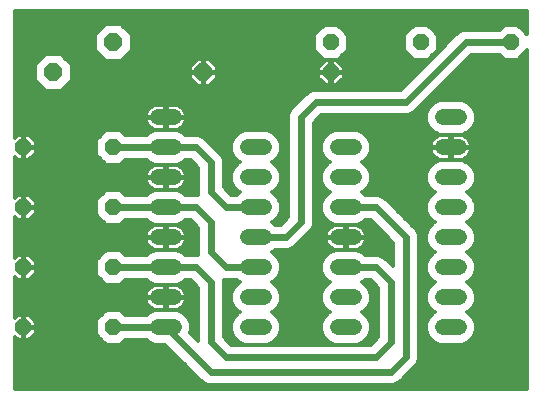
<source format=gtl>
G75*
%MOIN*%
%OFA0B0*%
%FSLAX24Y24*%
%IPPOS*%
%LPD*%
%AMOC8*
5,1,8,0,0,1.08239X$1,22.5*
%
%ADD10C,0.0520*%
%ADD11OC8,0.0520*%
%ADD12OC8,0.0600*%
%ADD13C,0.0120*%
%ADD14C,0.0240*%
D10*
X005460Y002720D02*
X005980Y002720D01*
X005980Y003720D02*
X005460Y003720D01*
X005460Y004720D02*
X005980Y004720D01*
X005980Y005720D02*
X005460Y005720D01*
X005460Y006720D02*
X005980Y006720D01*
X005980Y007720D02*
X005460Y007720D01*
X005460Y008720D02*
X005980Y008720D01*
X005980Y009720D02*
X005460Y009720D01*
X008460Y008720D02*
X008980Y008720D01*
X008980Y007720D02*
X008460Y007720D01*
X008460Y006720D02*
X008980Y006720D01*
X008980Y005720D02*
X008460Y005720D01*
X008460Y004720D02*
X008980Y004720D01*
X008980Y003720D02*
X008460Y003720D01*
X008460Y002720D02*
X008980Y002720D01*
X011460Y002720D02*
X011980Y002720D01*
X011980Y003720D02*
X011460Y003720D01*
X011460Y004720D02*
X011980Y004720D01*
X011980Y005720D02*
X011460Y005720D01*
X011460Y006720D02*
X011980Y006720D01*
X011980Y007720D02*
X011460Y007720D01*
X011460Y008720D02*
X011980Y008720D01*
X014960Y008720D02*
X015480Y008720D01*
X015480Y007720D02*
X014960Y007720D01*
X014960Y006720D02*
X015480Y006720D01*
X015480Y005720D02*
X014960Y005720D01*
X014960Y004720D02*
X015480Y004720D01*
X015480Y003720D02*
X014960Y003720D01*
X014960Y002720D02*
X015480Y002720D01*
X015480Y009720D02*
X014960Y009720D01*
D11*
X014220Y012220D03*
X017220Y012220D03*
X011220Y012220D03*
X011220Y011220D03*
X003970Y008720D03*
X003970Y006720D03*
X003970Y004720D03*
X003970Y002720D03*
X000970Y002720D03*
X000970Y004720D03*
X000970Y006720D03*
X000970Y008720D03*
D12*
X001970Y011220D03*
X003970Y012220D03*
X006970Y011220D03*
D13*
X000680Y002416D02*
X000680Y000680D01*
X017760Y000680D01*
X017760Y011954D01*
X017456Y011650D01*
X016984Y011650D01*
X016844Y011790D01*
X015898Y011790D01*
X013964Y009855D01*
X013806Y009790D01*
X010898Y009790D01*
X010650Y009542D01*
X010650Y006134D01*
X010585Y005976D01*
X010464Y005855D01*
X009964Y005355D01*
X009806Y005290D01*
X009356Y005290D01*
X009303Y005237D01*
X009262Y005220D01*
X009303Y005203D01*
X009463Y005043D01*
X009550Y004833D01*
X009550Y004607D01*
X009463Y004397D01*
X009303Y004237D01*
X009262Y004220D01*
X009303Y004203D01*
X009463Y004043D01*
X009550Y003833D01*
X009550Y003607D01*
X009463Y003397D01*
X009303Y003237D01*
X009262Y003220D01*
X009303Y003203D01*
X009463Y003043D01*
X009550Y002833D01*
X009550Y002607D01*
X009463Y002397D01*
X009303Y002237D01*
X009093Y002150D01*
X008347Y002150D01*
X008137Y002237D01*
X007977Y002397D01*
X007890Y002607D01*
X007890Y002833D01*
X007977Y003043D01*
X008137Y003203D01*
X008178Y003220D01*
X008137Y003237D01*
X007977Y003397D01*
X007890Y003607D01*
X007890Y003833D01*
X007977Y004043D01*
X008137Y004203D01*
X008178Y004220D01*
X008137Y004237D01*
X008084Y004290D01*
X007650Y004290D01*
X007650Y002398D01*
X007898Y002150D01*
X012542Y002150D01*
X012790Y002398D01*
X012790Y004042D01*
X012542Y004290D01*
X012356Y004290D01*
X012303Y004237D01*
X012262Y004220D01*
X012303Y004203D01*
X012463Y004043D01*
X012550Y003833D01*
X012550Y003607D01*
X012463Y003397D01*
X012303Y003237D01*
X012262Y003220D01*
X012303Y003203D01*
X012463Y003043D01*
X012550Y002833D01*
X012550Y002607D01*
X012463Y002397D01*
X012303Y002237D01*
X012093Y002150D01*
X011347Y002150D01*
X011137Y002237D01*
X010977Y002397D01*
X010890Y002607D01*
X010890Y002833D01*
X010977Y003043D01*
X011137Y003203D01*
X011178Y003220D01*
X011137Y003237D01*
X010977Y003397D01*
X010890Y003607D01*
X010890Y003833D01*
X010977Y004043D01*
X011137Y004203D01*
X011178Y004220D01*
X011137Y004237D01*
X010977Y004397D01*
X010890Y004607D01*
X010890Y004833D01*
X010977Y005043D01*
X011137Y005203D01*
X011347Y005290D01*
X012093Y005290D01*
X012303Y005203D01*
X012356Y005150D01*
X012806Y005150D01*
X012964Y005085D01*
X013085Y004964D01*
X013290Y004758D01*
X013290Y005542D01*
X012542Y006290D01*
X012356Y006290D01*
X012303Y006237D01*
X012093Y006150D01*
X011347Y006150D01*
X011137Y006237D01*
X010977Y006397D01*
X010890Y006607D01*
X010890Y006833D01*
X010977Y007043D01*
X011137Y007203D01*
X011178Y007220D01*
X011137Y007237D01*
X010977Y007397D01*
X010890Y007607D01*
X010890Y007833D01*
X010977Y008043D01*
X011137Y008203D01*
X011178Y008220D01*
X011137Y008237D01*
X010977Y008397D01*
X010890Y008607D01*
X010890Y008833D01*
X010977Y009043D01*
X011137Y009203D01*
X011347Y009290D01*
X012093Y009290D01*
X012303Y009203D01*
X012463Y009043D01*
X012550Y008833D01*
X012550Y008607D01*
X012463Y008397D01*
X012303Y008237D01*
X012262Y008220D01*
X012303Y008203D01*
X012463Y008043D01*
X012550Y007833D01*
X012550Y007607D01*
X012463Y007397D01*
X012303Y007237D01*
X012262Y007220D01*
X012303Y007203D01*
X012356Y007150D01*
X012806Y007150D01*
X012964Y007085D01*
X013085Y006964D01*
X014085Y005964D01*
X014150Y005806D01*
X014150Y001634D01*
X014085Y001476D01*
X013964Y001355D01*
X013585Y000976D01*
X013464Y000855D01*
X013306Y000790D01*
X007134Y000790D01*
X006976Y000855D01*
X006855Y000976D01*
X006855Y000976D01*
X005682Y002150D01*
X005347Y002150D01*
X005137Y002237D01*
X005084Y002290D01*
X004346Y002290D01*
X004206Y002150D01*
X003734Y002150D01*
X003400Y002484D01*
X003400Y002956D01*
X003734Y003290D01*
X004206Y003290D01*
X004346Y003150D01*
X005084Y003150D01*
X005137Y003203D01*
X005347Y003290D01*
X006093Y003290D01*
X006303Y003203D01*
X006463Y003043D01*
X006550Y002833D01*
X006550Y002607D01*
X006518Y002530D01*
X006790Y002258D01*
X006790Y004042D01*
X006542Y004290D01*
X006356Y004290D01*
X006303Y004237D01*
X006093Y004150D01*
X005347Y004150D01*
X005137Y004237D01*
X005084Y004290D01*
X004346Y004290D01*
X004206Y004150D01*
X003734Y004150D01*
X003400Y004484D01*
X003400Y004956D01*
X003734Y005290D01*
X004206Y005290D01*
X004346Y005150D01*
X005084Y005150D01*
X005137Y005203D01*
X005347Y005290D01*
X006093Y005290D01*
X006303Y005203D01*
X006356Y005150D01*
X006790Y005150D01*
X006790Y006042D01*
X006542Y006290D01*
X006356Y006290D01*
X006303Y006237D01*
X006093Y006150D01*
X005347Y006150D01*
X005137Y006237D01*
X005084Y006290D01*
X004346Y006290D01*
X004206Y006150D01*
X003734Y006150D01*
X003400Y006484D01*
X003400Y006956D01*
X003734Y007290D01*
X004206Y007290D01*
X004346Y007150D01*
X005084Y007150D01*
X005137Y007203D01*
X005347Y007290D01*
X006093Y007290D01*
X006303Y007203D01*
X006356Y007150D01*
X006790Y007150D01*
X006790Y008042D01*
X006542Y008290D01*
X006356Y008290D01*
X006303Y008237D01*
X006093Y008150D01*
X005347Y008150D01*
X005137Y008237D01*
X005084Y008290D01*
X004346Y008290D01*
X004206Y008150D01*
X003734Y008150D01*
X003400Y008484D01*
X003400Y008956D01*
X003734Y009290D01*
X004206Y009290D01*
X004346Y009150D01*
X005084Y009150D01*
X005137Y009203D01*
X005347Y009290D01*
X006093Y009290D01*
X006303Y009203D01*
X006356Y009150D01*
X006806Y009150D01*
X006964Y009085D01*
X007464Y008585D01*
X007585Y008464D01*
X007650Y008306D01*
X007650Y007398D01*
X007898Y007150D01*
X008084Y007150D01*
X008137Y007203D01*
X008178Y007220D01*
X008137Y007237D01*
X007977Y007397D01*
X007890Y007607D01*
X007890Y007833D01*
X007977Y008043D01*
X008137Y008203D01*
X008178Y008220D01*
X008137Y008237D01*
X007977Y008397D01*
X007890Y008607D01*
X007890Y008833D01*
X007977Y009043D01*
X008137Y009203D01*
X008347Y009290D01*
X009093Y009290D01*
X009303Y009203D01*
X009463Y009043D01*
X009550Y008833D01*
X009550Y008607D01*
X009463Y008397D01*
X009303Y008237D01*
X009262Y008220D01*
X009303Y008203D01*
X009463Y008043D01*
X009550Y007833D01*
X009550Y007607D01*
X009463Y007397D01*
X009303Y007237D01*
X009262Y007220D01*
X009303Y007203D01*
X009463Y007043D01*
X009550Y006833D01*
X009550Y006607D01*
X009463Y006397D01*
X009303Y006237D01*
X009262Y006220D01*
X009303Y006203D01*
X009356Y006150D01*
X009542Y006150D01*
X009790Y006398D01*
X009790Y009806D01*
X009855Y009964D01*
X010355Y010464D01*
X010476Y010585D01*
X010634Y010650D01*
X013542Y010650D01*
X015355Y012464D01*
X015476Y012585D01*
X015634Y012650D01*
X016844Y012650D01*
X016984Y012790D01*
X017456Y012790D01*
X017760Y012486D01*
X017760Y013260D01*
X000680Y013260D01*
X000680Y009024D01*
X000796Y009140D01*
X000950Y009140D01*
X000950Y008740D01*
X000990Y008740D01*
X000990Y009140D01*
X001144Y009140D01*
X001390Y008894D01*
X001390Y008740D01*
X000990Y008740D01*
X000990Y008700D01*
X001390Y008700D01*
X001390Y008546D01*
X001144Y008300D01*
X000990Y008300D01*
X000990Y008700D01*
X000950Y008700D01*
X000950Y008300D01*
X000796Y008300D01*
X000680Y008416D01*
X000680Y007024D01*
X000796Y007140D01*
X000950Y007140D01*
X000950Y006740D01*
X000990Y006740D01*
X001390Y006740D01*
X001390Y006894D01*
X001144Y007140D01*
X000990Y007140D01*
X000990Y006740D01*
X000990Y006700D01*
X001390Y006700D01*
X001390Y006546D01*
X001144Y006300D01*
X000990Y006300D01*
X000990Y006700D01*
X000950Y006700D01*
X000950Y006300D01*
X000796Y006300D01*
X000680Y006416D01*
X000680Y005024D01*
X000796Y005140D01*
X000950Y005140D01*
X000950Y004740D01*
X000990Y004740D01*
X000990Y005140D01*
X001144Y005140D01*
X001390Y004894D01*
X001390Y004740D01*
X000990Y004740D01*
X000990Y004700D01*
X001390Y004700D01*
X001390Y004546D01*
X001144Y004300D01*
X000990Y004300D01*
X000990Y004700D01*
X000950Y004700D01*
X000950Y004300D01*
X000796Y004300D01*
X000680Y004416D01*
X000680Y003024D01*
X000796Y003140D01*
X000950Y003140D01*
X000950Y002740D01*
X000990Y002740D01*
X000990Y003140D01*
X001144Y003140D01*
X001390Y002894D01*
X001390Y002740D01*
X000990Y002740D01*
X000990Y002700D01*
X001390Y002700D01*
X001390Y002546D01*
X001144Y002300D01*
X000990Y002300D01*
X000990Y002700D01*
X000950Y002700D01*
X000950Y002300D01*
X000796Y002300D01*
X000680Y002416D01*
X000680Y002319D02*
X000778Y002319D01*
X000680Y002200D02*
X003684Y002200D01*
X003565Y002319D02*
X001162Y002319D01*
X001281Y002437D02*
X003447Y002437D01*
X003400Y002556D02*
X001390Y002556D01*
X001390Y002674D02*
X003400Y002674D01*
X003400Y002793D02*
X001390Y002793D01*
X001373Y002911D02*
X003400Y002911D01*
X003473Y003030D02*
X001254Y003030D01*
X000990Y003030D02*
X000950Y003030D01*
X000950Y002911D02*
X000990Y002911D01*
X000990Y002793D02*
X000950Y002793D01*
X000950Y002674D02*
X000990Y002674D01*
X000990Y002556D02*
X000950Y002556D01*
X000950Y002437D02*
X000990Y002437D01*
X000990Y002319D02*
X000950Y002319D01*
X000680Y002082D02*
X005750Y002082D01*
X005869Y001963D02*
X000680Y001963D01*
X000680Y001845D02*
X005987Y001845D01*
X006106Y001726D02*
X000680Y001726D01*
X000680Y001608D02*
X006224Y001608D01*
X006343Y001489D02*
X000680Y001489D01*
X000680Y001371D02*
X006461Y001371D01*
X006580Y001252D02*
X000680Y001252D01*
X000680Y001134D02*
X006698Y001134D01*
X006817Y001015D02*
X000680Y001015D01*
X000680Y000897D02*
X006935Y000897D01*
X007848Y002200D02*
X008226Y002200D01*
X008055Y002319D02*
X007730Y002319D01*
X007650Y002437D02*
X007960Y002437D01*
X007911Y002556D02*
X007650Y002556D01*
X007650Y002674D02*
X007890Y002674D01*
X007890Y002793D02*
X007650Y002793D01*
X007650Y002911D02*
X007922Y002911D01*
X007971Y003030D02*
X007650Y003030D01*
X007650Y003148D02*
X008082Y003148D01*
X008107Y003267D02*
X007650Y003267D01*
X007650Y003385D02*
X007989Y003385D01*
X007933Y003504D02*
X007650Y003504D01*
X007650Y003622D02*
X007890Y003622D01*
X007890Y003741D02*
X007650Y003741D01*
X007650Y003859D02*
X007901Y003859D01*
X007950Y003978D02*
X007650Y003978D01*
X007650Y004096D02*
X008030Y004096D01*
X008164Y004215D02*
X007650Y004215D01*
X006790Y003978D02*
X006312Y003978D01*
X006300Y003994D02*
X006254Y004040D01*
X006200Y004079D01*
X006141Y004109D01*
X006078Y004130D01*
X006013Y004140D01*
X005740Y004140D01*
X005740Y003740D01*
X005700Y003740D01*
X005700Y004140D01*
X005427Y004140D01*
X005362Y004130D01*
X005299Y004109D01*
X005240Y004079D01*
X005186Y004040D01*
X005140Y003994D01*
X005101Y003940D01*
X005071Y003881D01*
X005050Y003818D01*
X005040Y003753D01*
X005040Y003740D01*
X005700Y003740D01*
X005700Y003700D01*
X005740Y003700D01*
X005740Y003740D01*
X006400Y003740D01*
X006400Y003753D01*
X006390Y003818D01*
X006369Y003881D01*
X006339Y003940D01*
X006300Y003994D01*
X006376Y003859D02*
X006790Y003859D01*
X006790Y003741D02*
X006400Y003741D01*
X006400Y003700D02*
X005740Y003700D01*
X005740Y003300D01*
X006013Y003300D01*
X006078Y003310D01*
X006141Y003331D01*
X006200Y003361D01*
X006254Y003400D01*
X006300Y003446D01*
X006339Y003500D01*
X006369Y003559D01*
X006390Y003622D01*
X006790Y003622D01*
X006790Y003504D02*
X006341Y003504D01*
X006390Y003622D02*
X006400Y003687D01*
X006400Y003700D01*
X006233Y003385D02*
X006790Y003385D01*
X006790Y003267D02*
X006150Y003267D01*
X006358Y003148D02*
X006790Y003148D01*
X006790Y003030D02*
X006469Y003030D01*
X006518Y002911D02*
X006790Y002911D01*
X006790Y002793D02*
X006550Y002793D01*
X006550Y002674D02*
X006790Y002674D01*
X006790Y002556D02*
X006529Y002556D01*
X006611Y002437D02*
X006790Y002437D01*
X006790Y002319D02*
X006730Y002319D01*
X005700Y003300D02*
X005427Y003300D01*
X005362Y003310D01*
X005299Y003331D01*
X005240Y003361D01*
X005186Y003400D01*
X005140Y003446D01*
X005101Y003500D01*
X005071Y003559D01*
X005050Y003622D01*
X000680Y003622D01*
X000680Y003504D02*
X005099Y003504D01*
X005050Y003622D02*
X005040Y003687D01*
X005040Y003700D01*
X005700Y003700D01*
X005700Y003300D01*
X005700Y003385D02*
X005740Y003385D01*
X005740Y003504D02*
X005700Y003504D01*
X005700Y003622D02*
X005740Y003622D01*
X005740Y003741D02*
X005700Y003741D01*
X005700Y003859D02*
X005740Y003859D01*
X005740Y003978D02*
X005700Y003978D01*
X005700Y004096D02*
X005740Y004096D01*
X006167Y004096D02*
X006736Y004096D01*
X006617Y004215D02*
X006249Y004215D01*
X005273Y004096D02*
X000680Y004096D01*
X000680Y003978D02*
X005128Y003978D01*
X005064Y003859D02*
X000680Y003859D01*
X000680Y003741D02*
X005040Y003741D01*
X005207Y003385D02*
X000680Y003385D01*
X000680Y003267D02*
X003710Y003267D01*
X003592Y003148D02*
X000680Y003148D01*
X000680Y003030D02*
X000686Y003030D01*
X000680Y004215D02*
X003669Y004215D01*
X003551Y004333D02*
X001177Y004333D01*
X001295Y004452D02*
X003432Y004452D01*
X003400Y004570D02*
X001390Y004570D01*
X001390Y004689D02*
X003400Y004689D01*
X003400Y004807D02*
X001390Y004807D01*
X001358Y004926D02*
X003400Y004926D01*
X003488Y005044D02*
X001240Y005044D01*
X000990Y005044D02*
X000950Y005044D01*
X000950Y004926D02*
X000990Y004926D01*
X000990Y004807D02*
X000950Y004807D01*
X000950Y004689D02*
X000990Y004689D01*
X000990Y004570D02*
X000950Y004570D01*
X000950Y004452D02*
X000990Y004452D01*
X000990Y004333D02*
X000950Y004333D01*
X000763Y004333D02*
X000680Y004333D01*
X000680Y005044D02*
X000700Y005044D01*
X000680Y005163D02*
X003606Y005163D01*
X003725Y005281D02*
X000680Y005281D01*
X000680Y005400D02*
X005187Y005400D01*
X005186Y005400D02*
X005240Y005361D01*
X005299Y005331D01*
X005362Y005310D01*
X005427Y005300D01*
X005700Y005300D01*
X005700Y005700D01*
X005740Y005700D01*
X005740Y005740D01*
X005700Y005740D01*
X005700Y006140D01*
X005427Y006140D01*
X005362Y006130D01*
X005299Y006109D01*
X005240Y006079D01*
X005186Y006040D01*
X005140Y005994D01*
X005101Y005940D01*
X005071Y005881D01*
X005050Y005818D01*
X005040Y005753D01*
X005040Y005740D01*
X005700Y005740D01*
X005700Y005700D01*
X005040Y005700D01*
X005040Y005687D01*
X005050Y005622D01*
X005071Y005559D01*
X005101Y005500D01*
X005140Y005446D01*
X005186Y005400D01*
X005092Y005518D02*
X000680Y005518D01*
X000680Y005637D02*
X005048Y005637D01*
X005040Y005755D02*
X000680Y005755D01*
X000680Y005874D02*
X005068Y005874D01*
X005138Y005992D02*
X000680Y005992D01*
X000680Y006111D02*
X005303Y006111D01*
X005156Y006229D02*
X004285Y006229D01*
X003655Y006229D02*
X000680Y006229D01*
X000680Y006348D02*
X000749Y006348D01*
X000950Y006348D02*
X000990Y006348D01*
X000990Y006466D02*
X000950Y006466D01*
X000950Y006585D02*
X000990Y006585D01*
X000990Y006703D02*
X003400Y006703D01*
X003400Y006585D02*
X001390Y006585D01*
X001310Y006466D02*
X003418Y006466D01*
X003536Y006348D02*
X001191Y006348D01*
X001390Y006822D02*
X003400Y006822D01*
X003400Y006940D02*
X001344Y006940D01*
X001225Y007059D02*
X003502Y007059D01*
X003621Y007177D02*
X000680Y007177D01*
X000680Y007059D02*
X000715Y007059D01*
X000680Y007296D02*
X006790Y007296D01*
X006790Y007414D02*
X006268Y007414D01*
X006254Y007400D02*
X006300Y007446D01*
X006339Y007500D01*
X006369Y007559D01*
X006390Y007622D01*
X006400Y007687D01*
X006400Y007700D01*
X005740Y007700D01*
X005740Y007740D01*
X005700Y007740D01*
X005700Y008140D01*
X005427Y008140D01*
X005362Y008130D01*
X005299Y008109D01*
X005240Y008079D01*
X005186Y008040D01*
X005140Y007994D01*
X005101Y007940D01*
X005071Y007881D01*
X005050Y007818D01*
X005040Y007753D01*
X005040Y007740D01*
X005700Y007740D01*
X005700Y007700D01*
X005740Y007700D01*
X005740Y007300D01*
X006013Y007300D01*
X006078Y007310D01*
X006141Y007331D01*
X006200Y007361D01*
X006254Y007400D01*
X006356Y007533D02*
X006790Y007533D01*
X006790Y007651D02*
X006394Y007651D01*
X006400Y007740D02*
X006400Y007753D01*
X006390Y007818D01*
X006369Y007881D01*
X006339Y007940D01*
X006300Y007994D01*
X006254Y008040D01*
X006200Y008079D01*
X006141Y008109D01*
X006078Y008130D01*
X006013Y008140D01*
X005740Y008140D01*
X005740Y007740D01*
X006400Y007740D01*
X006397Y007770D02*
X006790Y007770D01*
X006790Y007888D02*
X006366Y007888D01*
X006287Y008007D02*
X006790Y008007D01*
X006707Y008125D02*
X006093Y008125D01*
X006310Y008244D02*
X006588Y008244D01*
X005740Y008125D02*
X005700Y008125D01*
X005700Y008007D02*
X005740Y008007D01*
X005740Y007888D02*
X005700Y007888D01*
X005700Y007770D02*
X005740Y007770D01*
X005700Y007700D02*
X005040Y007700D01*
X005040Y007687D01*
X005050Y007622D01*
X005071Y007559D01*
X005101Y007500D01*
X005140Y007446D01*
X005186Y007400D01*
X005240Y007361D01*
X005299Y007331D01*
X005362Y007310D01*
X005427Y007300D01*
X005700Y007300D01*
X005700Y007700D01*
X005700Y007651D02*
X005740Y007651D01*
X005740Y007533D02*
X005700Y007533D01*
X005700Y007414D02*
X005740Y007414D01*
X005172Y007414D02*
X000680Y007414D01*
X000680Y007533D02*
X005084Y007533D01*
X005046Y007651D02*
X000680Y007651D01*
X000680Y007770D02*
X005043Y007770D01*
X005074Y007888D02*
X000680Y007888D01*
X000680Y008007D02*
X005153Y008007D01*
X005347Y008125D02*
X000680Y008125D01*
X000680Y008244D02*
X003640Y008244D01*
X003522Y008362D02*
X001206Y008362D01*
X001325Y008481D02*
X003403Y008481D01*
X003400Y008599D02*
X001390Y008599D01*
X001390Y008836D02*
X003400Y008836D01*
X003400Y008718D02*
X000990Y008718D01*
X000990Y008836D02*
X000950Y008836D01*
X000950Y008955D02*
X000990Y008955D01*
X000990Y009073D02*
X000950Y009073D01*
X001211Y009073D02*
X003517Y009073D01*
X003400Y008955D02*
X001329Y008955D01*
X000990Y008599D02*
X000950Y008599D01*
X000950Y008481D02*
X000990Y008481D01*
X000990Y008362D02*
X000950Y008362D01*
X000734Y008362D02*
X000680Y008362D01*
X000680Y009073D02*
X000729Y009073D01*
X000680Y009192D02*
X003635Y009192D01*
X004305Y009192D02*
X005125Y009192D01*
X005240Y009361D02*
X005299Y009331D01*
X005362Y009310D01*
X005427Y009300D01*
X005700Y009300D01*
X005700Y009700D01*
X005740Y009700D01*
X005740Y009740D01*
X005700Y009740D01*
X005700Y010140D01*
X005427Y010140D01*
X005362Y010130D01*
X005299Y010109D01*
X005240Y010079D01*
X005186Y010040D01*
X005140Y009994D01*
X005101Y009940D01*
X005071Y009881D01*
X005050Y009818D01*
X005040Y009753D01*
X005040Y009740D01*
X005700Y009740D01*
X005700Y009700D01*
X005040Y009700D01*
X005040Y009687D01*
X005050Y009622D01*
X005071Y009559D01*
X005101Y009500D01*
X005140Y009446D01*
X005186Y009400D01*
X005240Y009361D01*
X005157Y009429D02*
X000680Y009429D01*
X000680Y009547D02*
X005077Y009547D01*
X005043Y009666D02*
X000680Y009666D01*
X000680Y009784D02*
X005045Y009784D01*
X005082Y009903D02*
X000680Y009903D01*
X000680Y010021D02*
X005167Y010021D01*
X005424Y010140D02*
X000680Y010140D01*
X000680Y010258D02*
X010150Y010258D01*
X010268Y010377D02*
X000680Y010377D01*
X000680Y010495D02*
X010387Y010495D01*
X010546Y010614D02*
X002226Y010614D01*
X002223Y010610D02*
X002580Y010967D01*
X002580Y011473D01*
X002223Y011830D01*
X001717Y011830D01*
X001360Y011473D01*
X001360Y010967D01*
X001717Y010610D01*
X002223Y010610D01*
X002345Y010732D02*
X013624Y010732D01*
X013742Y010851D02*
X011445Y010851D01*
X011394Y010800D02*
X011640Y011046D01*
X011640Y011200D01*
X011240Y011200D01*
X011240Y011240D01*
X011200Y011240D01*
X011200Y011640D01*
X011046Y011640D01*
X010800Y011394D01*
X010800Y011240D01*
X011200Y011240D01*
X011200Y011200D01*
X010800Y011200D01*
X010800Y011046D01*
X011046Y010800D01*
X011200Y010800D01*
X011200Y011200D01*
X011240Y011200D01*
X011240Y010800D01*
X011394Y010800D01*
X011240Y010851D02*
X011200Y010851D01*
X011200Y010969D02*
X011240Y010969D01*
X011240Y011088D02*
X011200Y011088D01*
X011200Y011206D02*
X006990Y011206D01*
X006990Y011200D02*
X006990Y011240D01*
X007430Y011240D01*
X007430Y011411D01*
X007161Y011680D01*
X006990Y011680D01*
X006990Y011240D01*
X006950Y011240D01*
X006950Y011680D01*
X006779Y011680D01*
X006510Y011411D01*
X006510Y011240D01*
X006950Y011240D01*
X006950Y011200D01*
X006990Y011200D01*
X007430Y011200D01*
X007430Y011029D01*
X007161Y010760D01*
X006990Y010760D01*
X006990Y011200D01*
X006950Y011200D02*
X006950Y010760D01*
X006779Y010760D01*
X006510Y011029D01*
X006510Y011200D01*
X006950Y011200D01*
X006950Y011206D02*
X002580Y011206D01*
X002580Y011088D02*
X006510Y011088D01*
X006570Y010969D02*
X002580Y010969D01*
X002463Y010851D02*
X006689Y010851D01*
X006950Y010851D02*
X006990Y010851D01*
X006990Y010969D02*
X006950Y010969D01*
X006950Y011088D02*
X006990Y011088D01*
X006990Y011325D02*
X006950Y011325D01*
X006950Y011443D02*
X006990Y011443D01*
X006990Y011562D02*
X006950Y011562D01*
X006661Y011562D02*
X002491Y011562D01*
X002580Y011443D02*
X006543Y011443D01*
X006510Y011325D02*
X002580Y011325D01*
X002373Y011680D02*
X003647Y011680D01*
X003717Y011610D02*
X004223Y011610D01*
X004580Y011967D01*
X004580Y012473D01*
X004223Y012830D01*
X003717Y012830D01*
X003360Y012473D01*
X003360Y011967D01*
X003717Y011610D01*
X003529Y011799D02*
X002254Y011799D01*
X001686Y011799D02*
X000680Y011799D01*
X000680Y011917D02*
X003410Y011917D01*
X003360Y012036D02*
X000680Y012036D01*
X000680Y012154D02*
X003360Y012154D01*
X003360Y012273D02*
X000680Y012273D01*
X000680Y012391D02*
X003360Y012391D01*
X003397Y012510D02*
X000680Y012510D01*
X000680Y012628D02*
X003515Y012628D01*
X003634Y012747D02*
X000680Y012747D01*
X000680Y012865D02*
X017760Y012865D01*
X017760Y012747D02*
X017500Y012747D01*
X017618Y012628D02*
X017760Y012628D01*
X017760Y012510D02*
X017737Y012510D01*
X017760Y012984D02*
X000680Y012984D01*
X000680Y013102D02*
X017760Y013102D01*
X017760Y013221D02*
X000680Y013221D01*
X000680Y011680D02*
X001567Y011680D01*
X001449Y011562D02*
X000680Y011562D01*
X000680Y011443D02*
X001360Y011443D01*
X001360Y011325D02*
X000680Y011325D01*
X000680Y011206D02*
X001360Y011206D01*
X001360Y011088D02*
X000680Y011088D01*
X000680Y010969D02*
X001360Y010969D01*
X001477Y010851D02*
X000680Y010851D01*
X000680Y010732D02*
X001595Y010732D01*
X001714Y010614D02*
X000680Y010614D01*
X000680Y009310D02*
X005364Y009310D01*
X005700Y009310D02*
X005740Y009310D01*
X005740Y009300D02*
X006013Y009300D01*
X006078Y009310D01*
X006141Y009331D01*
X006200Y009361D01*
X006254Y009400D01*
X006300Y009446D01*
X006339Y009500D01*
X006369Y009559D01*
X006390Y009622D01*
X006400Y009687D01*
X006400Y009700D01*
X005740Y009700D01*
X005740Y009300D01*
X005740Y009429D02*
X005700Y009429D01*
X005700Y009547D02*
X005740Y009547D01*
X005740Y009666D02*
X005700Y009666D01*
X005740Y009740D02*
X006400Y009740D01*
X006400Y009753D01*
X006390Y009818D01*
X006369Y009881D01*
X006339Y009940D01*
X006300Y009994D01*
X006254Y010040D01*
X006200Y010079D01*
X006141Y010109D01*
X006078Y010130D01*
X006013Y010140D01*
X005740Y010140D01*
X005740Y009740D01*
X005740Y009784D02*
X005700Y009784D01*
X005700Y009903D02*
X005740Y009903D01*
X005740Y010021D02*
X005700Y010021D01*
X005700Y010140D02*
X005740Y010140D01*
X006016Y010140D02*
X010031Y010140D01*
X009913Y010021D02*
X006273Y010021D01*
X006358Y009903D02*
X009830Y009903D01*
X009790Y009784D02*
X006395Y009784D01*
X006397Y009666D02*
X009790Y009666D01*
X009790Y009547D02*
X006363Y009547D01*
X006283Y009429D02*
X009790Y009429D01*
X009790Y009310D02*
X006076Y009310D01*
X006315Y009192D02*
X008125Y009192D01*
X008007Y009073D02*
X006975Y009073D01*
X007094Y008955D02*
X007940Y008955D01*
X007891Y008836D02*
X007212Y008836D01*
X007331Y008718D02*
X007890Y008718D01*
X007893Y008599D02*
X007449Y008599D01*
X007568Y008481D02*
X007942Y008481D01*
X008012Y008362D02*
X007627Y008362D01*
X007650Y008244D02*
X008130Y008244D01*
X008059Y008125D02*
X007650Y008125D01*
X007650Y008007D02*
X007962Y008007D01*
X007913Y007888D02*
X007650Y007888D01*
X007650Y007770D02*
X007890Y007770D01*
X007890Y007651D02*
X007650Y007651D01*
X007650Y007533D02*
X007921Y007533D01*
X007970Y007414D02*
X007650Y007414D01*
X007753Y007296D02*
X008078Y007296D01*
X008111Y007177D02*
X007871Y007177D01*
X006790Y007177D02*
X006329Y007177D01*
X006284Y006229D02*
X006603Y006229D01*
X006721Y006111D02*
X006137Y006111D01*
X006141Y006109D02*
X006078Y006130D01*
X006013Y006140D01*
X005740Y006140D01*
X005740Y005740D01*
X006400Y005740D01*
X006400Y005753D01*
X006390Y005818D01*
X006369Y005881D01*
X006339Y005940D01*
X006300Y005994D01*
X006254Y006040D01*
X006200Y006079D01*
X006141Y006109D01*
X006302Y005992D02*
X006790Y005992D01*
X006790Y005874D02*
X006372Y005874D01*
X006400Y005755D02*
X006790Y005755D01*
X006790Y005637D02*
X006392Y005637D01*
X006390Y005622D02*
X006400Y005687D01*
X006400Y005700D01*
X005740Y005700D01*
X005740Y005300D01*
X006013Y005300D01*
X006078Y005310D01*
X006141Y005331D01*
X006200Y005361D01*
X006254Y005400D01*
X006300Y005446D01*
X006339Y005500D01*
X006369Y005559D01*
X006390Y005622D01*
X006348Y005518D02*
X006790Y005518D01*
X006790Y005400D02*
X006253Y005400D01*
X006115Y005281D02*
X006790Y005281D01*
X006790Y005163D02*
X006344Y005163D01*
X005740Y005400D02*
X005700Y005400D01*
X005700Y005518D02*
X005740Y005518D01*
X005740Y005637D02*
X005700Y005637D01*
X005700Y005755D02*
X005740Y005755D01*
X005740Y005874D02*
X005700Y005874D01*
X005700Y005992D02*
X005740Y005992D01*
X005740Y006111D02*
X005700Y006111D01*
X005325Y005281D02*
X004215Y005281D01*
X004334Y005163D02*
X005096Y005163D01*
X005191Y004215D02*
X004271Y004215D01*
X004230Y003267D02*
X005290Y003267D01*
X005226Y002200D02*
X004256Y002200D01*
X000680Y000778D02*
X017760Y000778D01*
X017760Y000897D02*
X013505Y000897D01*
X013623Y001015D02*
X017760Y001015D01*
X017760Y001134D02*
X013742Y001134D01*
X013860Y001252D02*
X017760Y001252D01*
X017760Y001371D02*
X013979Y001371D01*
X014090Y001489D02*
X017760Y001489D01*
X017760Y001608D02*
X014139Y001608D01*
X014150Y001726D02*
X017760Y001726D01*
X017760Y001845D02*
X014150Y001845D01*
X014150Y001963D02*
X017760Y001963D01*
X017760Y002082D02*
X014150Y002082D01*
X014150Y002200D02*
X014726Y002200D01*
X014637Y002237D02*
X014847Y002150D01*
X015593Y002150D01*
X015803Y002237D01*
X015963Y002397D01*
X016050Y002607D01*
X016050Y002833D01*
X015963Y003043D01*
X015803Y003203D01*
X015762Y003220D01*
X015803Y003237D01*
X015963Y003397D01*
X016050Y003607D01*
X016050Y003833D01*
X015963Y004043D01*
X015803Y004203D01*
X015762Y004220D01*
X015803Y004237D01*
X015963Y004397D01*
X016050Y004607D01*
X016050Y004833D01*
X015963Y005043D01*
X015803Y005203D01*
X015762Y005220D01*
X015803Y005237D01*
X015963Y005397D01*
X016050Y005607D01*
X016050Y005833D01*
X015963Y006043D01*
X015803Y006203D01*
X015762Y006220D01*
X015803Y006237D01*
X015963Y006397D01*
X016050Y006607D01*
X016050Y006833D01*
X015963Y007043D01*
X015803Y007203D01*
X015762Y007220D01*
X015803Y007237D01*
X015963Y007397D01*
X016050Y007607D01*
X016050Y007833D01*
X015963Y008043D01*
X015803Y008203D01*
X015593Y008290D01*
X014847Y008290D01*
X014637Y008203D01*
X014477Y008043D01*
X014390Y007833D01*
X014390Y007607D01*
X014477Y007397D01*
X014637Y007237D01*
X014678Y007220D01*
X014637Y007203D01*
X014477Y007043D01*
X014390Y006833D01*
X014390Y006607D01*
X014477Y006397D01*
X014637Y006237D01*
X014678Y006220D01*
X014637Y006203D01*
X014477Y006043D01*
X014390Y005833D01*
X014390Y005607D01*
X014477Y005397D01*
X014637Y005237D01*
X014678Y005220D01*
X014637Y005203D01*
X014477Y005043D01*
X014390Y004833D01*
X014390Y004607D01*
X014477Y004397D01*
X014637Y004237D01*
X014678Y004220D01*
X014637Y004203D01*
X014477Y004043D01*
X014390Y003833D01*
X014390Y003607D01*
X014477Y003397D01*
X014637Y003237D01*
X014678Y003220D01*
X014637Y003203D01*
X014477Y003043D01*
X014390Y002833D01*
X014390Y002607D01*
X014477Y002397D01*
X014637Y002237D01*
X014555Y002319D02*
X014150Y002319D01*
X014150Y002437D02*
X014460Y002437D01*
X014411Y002556D02*
X014150Y002556D01*
X014150Y002674D02*
X014390Y002674D01*
X014390Y002793D02*
X014150Y002793D01*
X014150Y002911D02*
X014422Y002911D01*
X014471Y003030D02*
X014150Y003030D01*
X014150Y003148D02*
X014582Y003148D01*
X014607Y003267D02*
X014150Y003267D01*
X014150Y003385D02*
X014489Y003385D01*
X014433Y003504D02*
X014150Y003504D01*
X014150Y003622D02*
X014390Y003622D01*
X014390Y003741D02*
X014150Y003741D01*
X014150Y003859D02*
X014401Y003859D01*
X014450Y003978D02*
X014150Y003978D01*
X014150Y004096D02*
X014530Y004096D01*
X014664Y004215D02*
X014150Y004215D01*
X014150Y004333D02*
X014541Y004333D01*
X014454Y004452D02*
X014150Y004452D01*
X014150Y004570D02*
X014405Y004570D01*
X014390Y004689D02*
X014150Y004689D01*
X014150Y004807D02*
X014390Y004807D01*
X014428Y004926D02*
X014150Y004926D01*
X014150Y005044D02*
X014478Y005044D01*
X014596Y005163D02*
X014150Y005163D01*
X014150Y005281D02*
X014593Y005281D01*
X014476Y005400D02*
X014150Y005400D01*
X014150Y005518D02*
X014427Y005518D01*
X014390Y005637D02*
X014150Y005637D01*
X014150Y005755D02*
X014390Y005755D01*
X014407Y005874D02*
X014122Y005874D01*
X014056Y005992D02*
X014456Y005992D01*
X014544Y006111D02*
X013938Y006111D01*
X013819Y006229D02*
X014656Y006229D01*
X014526Y006348D02*
X013701Y006348D01*
X013582Y006466D02*
X014448Y006466D01*
X014399Y006585D02*
X013464Y006585D01*
X013345Y006703D02*
X014390Y006703D01*
X014390Y006822D02*
X013227Y006822D01*
X013108Y006940D02*
X014434Y006940D01*
X014492Y007059D02*
X012990Y007059D01*
X012470Y007414D02*
X014470Y007414D01*
X014421Y007533D02*
X012519Y007533D01*
X012550Y007651D02*
X014390Y007651D01*
X014390Y007770D02*
X012550Y007770D01*
X012527Y007888D02*
X014413Y007888D01*
X014462Y008007D02*
X012478Y008007D01*
X012381Y008125D02*
X014559Y008125D01*
X014734Y008244D02*
X012310Y008244D01*
X012428Y008362D02*
X014738Y008362D01*
X014740Y008361D02*
X014799Y008331D01*
X014862Y008310D01*
X014927Y008300D01*
X015200Y008300D01*
X015200Y008700D01*
X015240Y008700D01*
X015240Y008740D01*
X015200Y008740D01*
X015200Y009140D01*
X014927Y009140D01*
X014862Y009130D01*
X014799Y009109D01*
X014740Y009079D01*
X014686Y009040D01*
X014640Y008994D01*
X014601Y008940D01*
X014571Y008881D01*
X014550Y008818D01*
X014540Y008753D01*
X014540Y008740D01*
X015200Y008740D01*
X015200Y008700D01*
X014540Y008700D01*
X014540Y008687D01*
X014550Y008622D01*
X014571Y008559D01*
X014601Y008500D01*
X014640Y008446D01*
X014686Y008400D01*
X014740Y008361D01*
X014615Y008481D02*
X012498Y008481D01*
X012547Y008599D02*
X014558Y008599D01*
X014556Y008836D02*
X012549Y008836D01*
X012550Y008718D02*
X015200Y008718D01*
X015240Y008718D02*
X017760Y008718D01*
X017760Y008836D02*
X015884Y008836D01*
X015890Y008818D02*
X015869Y008881D01*
X015839Y008940D01*
X015800Y008994D01*
X015754Y009040D01*
X015700Y009079D01*
X015641Y009109D01*
X015578Y009130D01*
X015513Y009140D01*
X015240Y009140D01*
X015240Y008740D01*
X015900Y008740D01*
X015900Y008753D01*
X015890Y008818D01*
X015900Y008700D02*
X015240Y008700D01*
X015240Y008300D01*
X015513Y008300D01*
X015578Y008310D01*
X015641Y008331D01*
X015700Y008361D01*
X015754Y008400D01*
X015800Y008446D01*
X015839Y008500D01*
X015869Y008559D01*
X015890Y008622D01*
X015900Y008687D01*
X015900Y008700D01*
X015882Y008599D02*
X017760Y008599D01*
X017760Y008481D02*
X015825Y008481D01*
X015702Y008362D02*
X017760Y008362D01*
X017760Y008244D02*
X015706Y008244D01*
X015881Y008125D02*
X017760Y008125D01*
X017760Y008007D02*
X015978Y008007D01*
X016027Y007888D02*
X017760Y007888D01*
X017760Y007770D02*
X016050Y007770D01*
X016050Y007651D02*
X017760Y007651D01*
X017760Y007533D02*
X016019Y007533D01*
X015970Y007414D02*
X017760Y007414D01*
X017760Y007296D02*
X015862Y007296D01*
X015829Y007177D02*
X017760Y007177D01*
X017760Y007059D02*
X015948Y007059D01*
X016006Y006940D02*
X017760Y006940D01*
X017760Y006822D02*
X016050Y006822D01*
X016050Y006703D02*
X017760Y006703D01*
X017760Y006585D02*
X016041Y006585D01*
X015992Y006466D02*
X017760Y006466D01*
X017760Y006348D02*
X015914Y006348D01*
X015784Y006229D02*
X017760Y006229D01*
X017760Y006111D02*
X015896Y006111D01*
X015984Y005992D02*
X017760Y005992D01*
X017760Y005874D02*
X016033Y005874D01*
X016050Y005755D02*
X017760Y005755D01*
X017760Y005637D02*
X016050Y005637D01*
X016013Y005518D02*
X017760Y005518D01*
X017760Y005400D02*
X015964Y005400D01*
X015847Y005281D02*
X017760Y005281D01*
X017760Y005163D02*
X015844Y005163D01*
X015962Y005044D02*
X017760Y005044D01*
X017760Y004926D02*
X016012Y004926D01*
X016050Y004807D02*
X017760Y004807D01*
X017760Y004689D02*
X016050Y004689D01*
X016035Y004570D02*
X017760Y004570D01*
X017760Y004452D02*
X015986Y004452D01*
X015899Y004333D02*
X017760Y004333D01*
X017760Y004215D02*
X015776Y004215D01*
X015910Y004096D02*
X017760Y004096D01*
X017760Y003978D02*
X015990Y003978D01*
X016039Y003859D02*
X017760Y003859D01*
X017760Y003741D02*
X016050Y003741D01*
X016050Y003622D02*
X017760Y003622D01*
X017760Y003504D02*
X016007Y003504D01*
X015951Y003385D02*
X017760Y003385D01*
X017760Y003267D02*
X015833Y003267D01*
X015858Y003148D02*
X017760Y003148D01*
X017760Y003030D02*
X015969Y003030D01*
X016018Y002911D02*
X017760Y002911D01*
X017760Y002793D02*
X016050Y002793D01*
X016050Y002674D02*
X017760Y002674D01*
X017760Y002556D02*
X016029Y002556D01*
X015980Y002437D02*
X017760Y002437D01*
X017760Y002319D02*
X015885Y002319D01*
X015714Y002200D02*
X017760Y002200D01*
X013290Y004807D02*
X013241Y004807D01*
X013290Y004926D02*
X013123Y004926D01*
X013004Y005044D02*
X013290Y005044D01*
X013290Y005163D02*
X012344Y005163D01*
X012200Y005361D02*
X012141Y005331D01*
X012078Y005310D01*
X012013Y005300D01*
X011740Y005300D01*
X011740Y005700D01*
X011740Y005740D01*
X011700Y005740D01*
X011700Y006140D01*
X011427Y006140D01*
X011362Y006130D01*
X011299Y006109D01*
X011240Y006079D01*
X011186Y006040D01*
X011140Y005994D01*
X011101Y005940D01*
X011071Y005881D01*
X011050Y005818D01*
X011040Y005753D01*
X011040Y005740D01*
X011700Y005740D01*
X011700Y005700D01*
X011740Y005700D01*
X012400Y005700D01*
X012400Y005687D01*
X012390Y005622D01*
X012369Y005559D01*
X012339Y005500D01*
X012300Y005446D01*
X012254Y005400D01*
X012200Y005361D01*
X012253Y005400D02*
X013290Y005400D01*
X013290Y005518D02*
X012348Y005518D01*
X012392Y005637D02*
X013195Y005637D01*
X013077Y005755D02*
X012400Y005755D01*
X012400Y005753D02*
X012390Y005818D01*
X012369Y005881D01*
X012339Y005940D01*
X012300Y005994D01*
X012254Y006040D01*
X012200Y006079D01*
X012141Y006109D01*
X012078Y006130D01*
X012013Y006140D01*
X011740Y006140D01*
X011740Y005740D01*
X012400Y005740D01*
X012400Y005753D01*
X012372Y005874D02*
X012958Y005874D01*
X012840Y005992D02*
X012302Y005992D01*
X012137Y006111D02*
X012721Y006111D01*
X012603Y006229D02*
X012284Y006229D01*
X011740Y006111D02*
X011700Y006111D01*
X011700Y005992D02*
X011740Y005992D01*
X011740Y005874D02*
X011700Y005874D01*
X011700Y005755D02*
X011740Y005755D01*
X011700Y005700D02*
X011040Y005700D01*
X011040Y005687D01*
X011050Y005622D01*
X011071Y005559D01*
X011101Y005500D01*
X011140Y005446D01*
X011186Y005400D01*
X011240Y005361D01*
X011299Y005331D01*
X011362Y005310D01*
X011427Y005300D01*
X011700Y005300D01*
X011700Y005700D01*
X011700Y005637D02*
X011740Y005637D01*
X011740Y005518D02*
X011700Y005518D01*
X011700Y005400D02*
X011740Y005400D01*
X012115Y005281D02*
X013290Y005281D01*
X012617Y004215D02*
X012276Y004215D01*
X012410Y004096D02*
X012736Y004096D01*
X012790Y003978D02*
X012490Y003978D01*
X012539Y003859D02*
X012790Y003859D01*
X012790Y003741D02*
X012550Y003741D01*
X012550Y003622D02*
X012790Y003622D01*
X012790Y003504D02*
X012507Y003504D01*
X012451Y003385D02*
X012790Y003385D01*
X012790Y003267D02*
X012333Y003267D01*
X012358Y003148D02*
X012790Y003148D01*
X012790Y003030D02*
X012469Y003030D01*
X012518Y002911D02*
X012790Y002911D01*
X012790Y002793D02*
X012550Y002793D01*
X012550Y002674D02*
X012790Y002674D01*
X012790Y002556D02*
X012529Y002556D01*
X012480Y002437D02*
X012790Y002437D01*
X012710Y002319D02*
X012385Y002319D01*
X012214Y002200D02*
X012592Y002200D01*
X011226Y002200D02*
X009214Y002200D01*
X009385Y002319D02*
X011055Y002319D01*
X010960Y002437D02*
X009480Y002437D01*
X009529Y002556D02*
X010911Y002556D01*
X010890Y002674D02*
X009550Y002674D01*
X009550Y002793D02*
X010890Y002793D01*
X010922Y002911D02*
X009518Y002911D01*
X009469Y003030D02*
X010971Y003030D01*
X011082Y003148D02*
X009358Y003148D01*
X009333Y003267D02*
X011107Y003267D01*
X010989Y003385D02*
X009451Y003385D01*
X009507Y003504D02*
X010933Y003504D01*
X010890Y003622D02*
X009550Y003622D01*
X009550Y003741D02*
X010890Y003741D01*
X010901Y003859D02*
X009539Y003859D01*
X009490Y003978D02*
X010950Y003978D01*
X011030Y004096D02*
X009410Y004096D01*
X009276Y004215D02*
X011164Y004215D01*
X011041Y004333D02*
X009399Y004333D01*
X009486Y004452D02*
X010954Y004452D01*
X010905Y004570D02*
X009535Y004570D01*
X009550Y004689D02*
X010890Y004689D01*
X010890Y004807D02*
X009550Y004807D01*
X009512Y004926D02*
X010928Y004926D01*
X010978Y005044D02*
X009462Y005044D01*
X009344Y005163D02*
X011096Y005163D01*
X011325Y005281D02*
X009347Y005281D01*
X010008Y005400D02*
X011187Y005400D01*
X011092Y005518D02*
X010126Y005518D01*
X010245Y005637D02*
X011048Y005637D01*
X011040Y005755D02*
X010363Y005755D01*
X010482Y005874D02*
X011068Y005874D01*
X011138Y005992D02*
X010591Y005992D01*
X010640Y006111D02*
X011303Y006111D01*
X011156Y006229D02*
X010650Y006229D01*
X010650Y006348D02*
X011026Y006348D01*
X010948Y006466D02*
X010650Y006466D01*
X010650Y006585D02*
X010899Y006585D01*
X010890Y006703D02*
X010650Y006703D01*
X010650Y006822D02*
X010890Y006822D01*
X010934Y006940D02*
X010650Y006940D01*
X010650Y007059D02*
X010992Y007059D01*
X011111Y007177D02*
X010650Y007177D01*
X010650Y007296D02*
X011078Y007296D01*
X010970Y007414D02*
X010650Y007414D01*
X010650Y007533D02*
X010921Y007533D01*
X010890Y007651D02*
X010650Y007651D01*
X010650Y007770D02*
X010890Y007770D01*
X010913Y007888D02*
X010650Y007888D01*
X010650Y008007D02*
X010962Y008007D01*
X011059Y008125D02*
X010650Y008125D01*
X010650Y008244D02*
X011130Y008244D01*
X011012Y008362D02*
X010650Y008362D01*
X010650Y008481D02*
X010942Y008481D01*
X010893Y008599D02*
X010650Y008599D01*
X010650Y008718D02*
X010890Y008718D01*
X010891Y008836D02*
X010650Y008836D01*
X010650Y008955D02*
X010940Y008955D01*
X011007Y009073D02*
X010650Y009073D01*
X010650Y009192D02*
X011125Y009192D01*
X010650Y009310D02*
X014564Y009310D01*
X014637Y009237D02*
X014477Y009397D01*
X014390Y009607D01*
X014390Y009833D01*
X014477Y010043D01*
X014637Y010203D01*
X014847Y010290D01*
X015593Y010290D01*
X015803Y010203D01*
X015963Y010043D01*
X016050Y009833D01*
X016050Y009607D01*
X015963Y009397D01*
X015803Y009237D01*
X015593Y009150D01*
X014847Y009150D01*
X014637Y009237D01*
X014746Y009192D02*
X012315Y009192D01*
X012433Y009073D02*
X014731Y009073D01*
X014611Y008955D02*
X012500Y008955D01*
X014011Y009903D02*
X014419Y009903D01*
X014390Y009784D02*
X010892Y009784D01*
X010774Y009666D02*
X014390Y009666D01*
X014415Y009547D02*
X010655Y009547D01*
X010650Y009429D02*
X014464Y009429D01*
X015200Y009073D02*
X015240Y009073D01*
X015240Y008955D02*
X015200Y008955D01*
X015200Y008836D02*
X015240Y008836D01*
X015240Y008599D02*
X015200Y008599D01*
X015200Y008481D02*
X015240Y008481D01*
X015240Y008362D02*
X015200Y008362D01*
X015829Y008955D02*
X017760Y008955D01*
X017760Y009073D02*
X015709Y009073D01*
X015694Y009192D02*
X017760Y009192D01*
X017760Y009310D02*
X015876Y009310D01*
X015976Y009429D02*
X017760Y009429D01*
X017760Y009547D02*
X016025Y009547D01*
X016050Y009666D02*
X017760Y009666D01*
X017760Y009784D02*
X016050Y009784D01*
X016021Y009903D02*
X017760Y009903D01*
X017760Y010021D02*
X015972Y010021D01*
X015867Y010140D02*
X017760Y010140D01*
X017760Y010258D02*
X015671Y010258D01*
X014769Y010258D02*
X014366Y010258D01*
X014248Y010140D02*
X014573Y010140D01*
X014468Y010021D02*
X014129Y010021D01*
X014485Y010377D02*
X017760Y010377D01*
X017760Y010495D02*
X014603Y010495D01*
X014722Y010614D02*
X017760Y010614D01*
X017760Y010732D02*
X014840Y010732D01*
X014959Y010851D02*
X017760Y010851D01*
X017760Y010969D02*
X015077Y010969D01*
X015196Y011088D02*
X017760Y011088D01*
X017760Y011206D02*
X015314Y011206D01*
X015433Y011325D02*
X017760Y011325D01*
X017760Y011443D02*
X015551Y011443D01*
X015670Y011562D02*
X017760Y011562D01*
X017760Y011680D02*
X017486Y011680D01*
X017605Y011799D02*
X017760Y011799D01*
X017760Y011917D02*
X017723Y011917D01*
X016954Y011680D02*
X015788Y011680D01*
X015046Y012154D02*
X014790Y012154D01*
X014790Y012036D02*
X014927Y012036D01*
X014790Y011984D02*
X014456Y011650D01*
X013984Y011650D01*
X013650Y011984D01*
X013650Y012456D01*
X013984Y012790D01*
X014456Y012790D01*
X014790Y012456D01*
X014790Y011984D01*
X014809Y011917D02*
X014723Y011917D01*
X014690Y011799D02*
X014605Y011799D01*
X014572Y011680D02*
X014486Y011680D01*
X014453Y011562D02*
X011472Y011562D01*
X011456Y011650D02*
X011790Y011984D01*
X011790Y012456D01*
X011456Y012790D01*
X010984Y012790D01*
X010650Y012456D01*
X010650Y011984D01*
X010984Y011650D01*
X011456Y011650D01*
X011486Y011680D02*
X013954Y011680D01*
X013835Y011799D02*
X011605Y011799D01*
X011723Y011917D02*
X013717Y011917D01*
X013650Y012036D02*
X011790Y012036D01*
X011790Y012154D02*
X013650Y012154D01*
X013650Y012273D02*
X011790Y012273D01*
X011790Y012391D02*
X013650Y012391D01*
X013703Y012510D02*
X011737Y012510D01*
X011618Y012628D02*
X013822Y012628D01*
X013940Y012747D02*
X011500Y012747D01*
X010940Y012747D02*
X004306Y012747D01*
X004425Y012628D02*
X010822Y012628D01*
X010703Y012510D02*
X004543Y012510D01*
X004580Y012391D02*
X010650Y012391D01*
X010650Y012273D02*
X004580Y012273D01*
X004580Y012154D02*
X010650Y012154D01*
X010650Y012036D02*
X004580Y012036D01*
X004530Y011917D02*
X010717Y011917D01*
X010835Y011799D02*
X004411Y011799D01*
X004293Y011680D02*
X010954Y011680D01*
X010968Y011562D02*
X007279Y011562D01*
X007397Y011443D02*
X010849Y011443D01*
X010800Y011325D02*
X007430Y011325D01*
X007430Y011088D02*
X010800Y011088D01*
X010877Y010969D02*
X007370Y010969D01*
X007251Y010851D02*
X010995Y010851D01*
X011240Y011206D02*
X014098Y011206D01*
X014216Y011325D02*
X011640Y011325D01*
X011640Y011394D02*
X011394Y011640D01*
X011240Y011640D01*
X011240Y011240D01*
X011640Y011240D01*
X011640Y011394D01*
X011591Y011443D02*
X014335Y011443D01*
X013979Y011088D02*
X011640Y011088D01*
X011563Y010969D02*
X013861Y010969D01*
X014790Y012273D02*
X015164Y012273D01*
X015283Y012391D02*
X014790Y012391D01*
X014737Y012510D02*
X015401Y012510D01*
X015581Y012628D02*
X014618Y012628D01*
X014500Y012747D02*
X016940Y012747D01*
X011240Y011562D02*
X011200Y011562D01*
X011200Y011443D02*
X011240Y011443D01*
X011240Y011325D02*
X011200Y011325D01*
X009790Y009192D02*
X009315Y009192D01*
X009433Y009073D02*
X009790Y009073D01*
X009790Y008955D02*
X009500Y008955D01*
X009549Y008836D02*
X009790Y008836D01*
X009790Y008718D02*
X009550Y008718D01*
X009547Y008599D02*
X009790Y008599D01*
X009790Y008481D02*
X009498Y008481D01*
X009428Y008362D02*
X009790Y008362D01*
X009790Y008244D02*
X009310Y008244D01*
X009381Y008125D02*
X009790Y008125D01*
X009790Y008007D02*
X009478Y008007D01*
X009527Y007888D02*
X009790Y007888D01*
X009790Y007770D02*
X009550Y007770D01*
X009550Y007651D02*
X009790Y007651D01*
X009790Y007533D02*
X009519Y007533D01*
X009470Y007414D02*
X009790Y007414D01*
X009790Y007296D02*
X009362Y007296D01*
X009329Y007177D02*
X009790Y007177D01*
X009790Y007059D02*
X009448Y007059D01*
X009506Y006940D02*
X009790Y006940D01*
X009790Y006822D02*
X009550Y006822D01*
X009550Y006703D02*
X009790Y006703D01*
X009790Y006585D02*
X009541Y006585D01*
X009492Y006466D02*
X009790Y006466D01*
X009739Y006348D02*
X009414Y006348D01*
X009284Y006229D02*
X009621Y006229D01*
X012329Y007177D02*
X014611Y007177D01*
X014578Y007296D02*
X012362Y007296D01*
X005111Y007177D02*
X004319Y007177D01*
X004300Y008244D02*
X005130Y008244D01*
X000990Y007059D02*
X000950Y007059D01*
X000950Y006940D02*
X000990Y006940D01*
X000990Y006822D02*
X000950Y006822D01*
D14*
X003970Y006720D02*
X005720Y006720D01*
X006720Y006720D01*
X007220Y006220D01*
X007220Y005220D01*
X007720Y004720D01*
X008720Y004720D01*
X008720Y005720D02*
X009720Y005720D01*
X010220Y006220D01*
X010220Y009720D01*
X010720Y010220D01*
X013720Y010220D01*
X015720Y012220D01*
X017220Y012220D01*
X012720Y006720D02*
X011720Y006720D01*
X012720Y006720D02*
X013720Y005720D01*
X013720Y001720D01*
X013220Y001220D01*
X007220Y001220D01*
X005720Y002720D01*
X003970Y002720D01*
X003970Y004720D02*
X005720Y004720D01*
X006720Y004720D01*
X007220Y004220D01*
X007220Y002220D01*
X007720Y001720D01*
X012720Y001720D01*
X013220Y002220D01*
X013220Y004220D01*
X012720Y004720D01*
X011720Y004720D01*
X008720Y006720D02*
X007720Y006720D01*
X007220Y007220D01*
X007220Y008220D01*
X006720Y008720D01*
X005720Y008720D01*
X003970Y008720D01*
M02*

</source>
